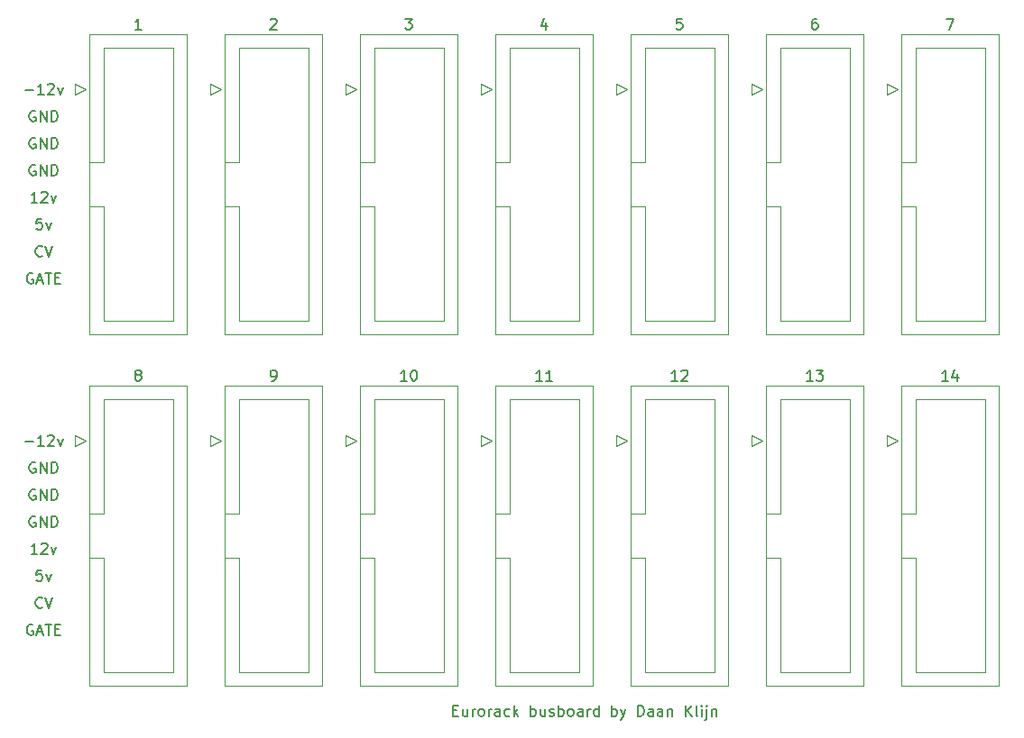
<source format=gbr>
G04 #@! TF.GenerationSoftware,KiCad,Pcbnew,(5.1.6-0-10_14)*
G04 #@! TF.CreationDate,2021-07-16T23:08:20+02:00*
G04 #@! TF.ProjectId,eurorack-busboard,6575726f-7261-4636-9b2d-627573626f61,rev?*
G04 #@! TF.SameCoordinates,Original*
G04 #@! TF.FileFunction,Legend,Top*
G04 #@! TF.FilePolarity,Positive*
%FSLAX46Y46*%
G04 Gerber Fmt 4.6, Leading zero omitted, Abs format (unit mm)*
G04 Created by KiCad (PCBNEW (5.1.6-0-10_14)) date 2021-07-16 23:08:20*
%MOMM*%
%LPD*%
G01*
G04 APERTURE LIST*
%ADD10C,0.150000*%
%ADD11C,0.120000*%
%ADD12C,2.300000*%
%ADD13C,1.800000*%
G04 APERTURE END LIST*
D10*
X40982857Y-67238571D02*
X41316190Y-67238571D01*
X41459047Y-67762380D02*
X40982857Y-67762380D01*
X40982857Y-66762380D01*
X41459047Y-66762380D01*
X42316190Y-67095714D02*
X42316190Y-67762380D01*
X41887619Y-67095714D02*
X41887619Y-67619523D01*
X41935238Y-67714761D01*
X42030476Y-67762380D01*
X42173333Y-67762380D01*
X42268571Y-67714761D01*
X42316190Y-67667142D01*
X42792380Y-67762380D02*
X42792380Y-67095714D01*
X42792380Y-67286190D02*
X42840000Y-67190952D01*
X42887619Y-67143333D01*
X42982857Y-67095714D01*
X43078095Y-67095714D01*
X43554285Y-67762380D02*
X43459047Y-67714761D01*
X43411428Y-67667142D01*
X43363809Y-67571904D01*
X43363809Y-67286190D01*
X43411428Y-67190952D01*
X43459047Y-67143333D01*
X43554285Y-67095714D01*
X43697142Y-67095714D01*
X43792380Y-67143333D01*
X43840000Y-67190952D01*
X43887619Y-67286190D01*
X43887619Y-67571904D01*
X43840000Y-67667142D01*
X43792380Y-67714761D01*
X43697142Y-67762380D01*
X43554285Y-67762380D01*
X44316190Y-67762380D02*
X44316190Y-67095714D01*
X44316190Y-67286190D02*
X44363809Y-67190952D01*
X44411428Y-67143333D01*
X44506666Y-67095714D01*
X44601904Y-67095714D01*
X45363809Y-67762380D02*
X45363809Y-67238571D01*
X45316190Y-67143333D01*
X45220952Y-67095714D01*
X45030476Y-67095714D01*
X44935238Y-67143333D01*
X45363809Y-67714761D02*
X45268571Y-67762380D01*
X45030476Y-67762380D01*
X44935238Y-67714761D01*
X44887619Y-67619523D01*
X44887619Y-67524285D01*
X44935238Y-67429047D01*
X45030476Y-67381428D01*
X45268571Y-67381428D01*
X45363809Y-67333809D01*
X46268571Y-67714761D02*
X46173333Y-67762380D01*
X45982857Y-67762380D01*
X45887619Y-67714761D01*
X45840000Y-67667142D01*
X45792380Y-67571904D01*
X45792380Y-67286190D01*
X45840000Y-67190952D01*
X45887619Y-67143333D01*
X45982857Y-67095714D01*
X46173333Y-67095714D01*
X46268571Y-67143333D01*
X46697142Y-67762380D02*
X46697142Y-66762380D01*
X46792380Y-67381428D02*
X47078095Y-67762380D01*
X47078095Y-67095714D02*
X46697142Y-67476666D01*
X48268571Y-67762380D02*
X48268571Y-66762380D01*
X48268571Y-67143333D02*
X48363809Y-67095714D01*
X48554285Y-67095714D01*
X48649523Y-67143333D01*
X48697142Y-67190952D01*
X48744761Y-67286190D01*
X48744761Y-67571904D01*
X48697142Y-67667142D01*
X48649523Y-67714761D01*
X48554285Y-67762380D01*
X48363809Y-67762380D01*
X48268571Y-67714761D01*
X49601904Y-67095714D02*
X49601904Y-67762380D01*
X49173333Y-67095714D02*
X49173333Y-67619523D01*
X49220952Y-67714761D01*
X49316190Y-67762380D01*
X49459047Y-67762380D01*
X49554285Y-67714761D01*
X49601904Y-67667142D01*
X50030476Y-67714761D02*
X50125714Y-67762380D01*
X50316190Y-67762380D01*
X50411428Y-67714761D01*
X50459047Y-67619523D01*
X50459047Y-67571904D01*
X50411428Y-67476666D01*
X50316190Y-67429047D01*
X50173333Y-67429047D01*
X50078095Y-67381428D01*
X50030476Y-67286190D01*
X50030476Y-67238571D01*
X50078095Y-67143333D01*
X50173333Y-67095714D01*
X50316190Y-67095714D01*
X50411428Y-67143333D01*
X50887619Y-67762380D02*
X50887619Y-66762380D01*
X50887619Y-67143333D02*
X50982857Y-67095714D01*
X51173333Y-67095714D01*
X51268571Y-67143333D01*
X51316190Y-67190952D01*
X51363809Y-67286190D01*
X51363809Y-67571904D01*
X51316190Y-67667142D01*
X51268571Y-67714761D01*
X51173333Y-67762380D01*
X50982857Y-67762380D01*
X50887619Y-67714761D01*
X51935238Y-67762380D02*
X51840000Y-67714761D01*
X51792380Y-67667142D01*
X51744761Y-67571904D01*
X51744761Y-67286190D01*
X51792380Y-67190952D01*
X51840000Y-67143333D01*
X51935238Y-67095714D01*
X52078095Y-67095714D01*
X52173333Y-67143333D01*
X52220952Y-67190952D01*
X52268571Y-67286190D01*
X52268571Y-67571904D01*
X52220952Y-67667142D01*
X52173333Y-67714761D01*
X52078095Y-67762380D01*
X51935238Y-67762380D01*
X53125714Y-67762380D02*
X53125714Y-67238571D01*
X53078095Y-67143333D01*
X52982857Y-67095714D01*
X52792380Y-67095714D01*
X52697142Y-67143333D01*
X53125714Y-67714761D02*
X53030476Y-67762380D01*
X52792380Y-67762380D01*
X52697142Y-67714761D01*
X52649523Y-67619523D01*
X52649523Y-67524285D01*
X52697142Y-67429047D01*
X52792380Y-67381428D01*
X53030476Y-67381428D01*
X53125714Y-67333809D01*
X53601904Y-67762380D02*
X53601904Y-67095714D01*
X53601904Y-67286190D02*
X53649523Y-67190952D01*
X53697142Y-67143333D01*
X53792380Y-67095714D01*
X53887619Y-67095714D01*
X54649523Y-67762380D02*
X54649523Y-66762380D01*
X54649523Y-67714761D02*
X54554285Y-67762380D01*
X54363809Y-67762380D01*
X54268571Y-67714761D01*
X54220952Y-67667142D01*
X54173333Y-67571904D01*
X54173333Y-67286190D01*
X54220952Y-67190952D01*
X54268571Y-67143333D01*
X54363809Y-67095714D01*
X54554285Y-67095714D01*
X54649523Y-67143333D01*
X55887619Y-67762380D02*
X55887619Y-66762380D01*
X55887619Y-67143333D02*
X55982857Y-67095714D01*
X56173333Y-67095714D01*
X56268571Y-67143333D01*
X56316190Y-67190952D01*
X56363809Y-67286190D01*
X56363809Y-67571904D01*
X56316190Y-67667142D01*
X56268571Y-67714761D01*
X56173333Y-67762380D01*
X55982857Y-67762380D01*
X55887619Y-67714761D01*
X56697142Y-67095714D02*
X56935238Y-67762380D01*
X57173333Y-67095714D02*
X56935238Y-67762380D01*
X56840000Y-68000476D01*
X56792380Y-68048095D01*
X56697142Y-68095714D01*
X58316190Y-67762380D02*
X58316190Y-66762380D01*
X58554285Y-66762380D01*
X58697142Y-66810000D01*
X58792380Y-66905238D01*
X58840000Y-67000476D01*
X58887619Y-67190952D01*
X58887619Y-67333809D01*
X58840000Y-67524285D01*
X58792380Y-67619523D01*
X58697142Y-67714761D01*
X58554285Y-67762380D01*
X58316190Y-67762380D01*
X59744761Y-67762380D02*
X59744761Y-67238571D01*
X59697142Y-67143333D01*
X59601904Y-67095714D01*
X59411428Y-67095714D01*
X59316190Y-67143333D01*
X59744761Y-67714761D02*
X59649523Y-67762380D01*
X59411428Y-67762380D01*
X59316190Y-67714761D01*
X59268571Y-67619523D01*
X59268571Y-67524285D01*
X59316190Y-67429047D01*
X59411428Y-67381428D01*
X59649523Y-67381428D01*
X59744761Y-67333809D01*
X60649523Y-67762380D02*
X60649523Y-67238571D01*
X60601904Y-67143333D01*
X60506666Y-67095714D01*
X60316190Y-67095714D01*
X60220952Y-67143333D01*
X60649523Y-67714761D02*
X60554285Y-67762380D01*
X60316190Y-67762380D01*
X60220952Y-67714761D01*
X60173333Y-67619523D01*
X60173333Y-67524285D01*
X60220952Y-67429047D01*
X60316190Y-67381428D01*
X60554285Y-67381428D01*
X60649523Y-67333809D01*
X61125714Y-67095714D02*
X61125714Y-67762380D01*
X61125714Y-67190952D02*
X61173333Y-67143333D01*
X61268571Y-67095714D01*
X61411428Y-67095714D01*
X61506666Y-67143333D01*
X61554285Y-67238571D01*
X61554285Y-67762380D01*
X62792380Y-67762380D02*
X62792380Y-66762380D01*
X63363809Y-67762380D02*
X62935238Y-67190952D01*
X63363809Y-66762380D02*
X62792380Y-67333809D01*
X63935238Y-67762380D02*
X63839999Y-67714761D01*
X63792380Y-67619523D01*
X63792380Y-66762380D01*
X64316190Y-67762380D02*
X64316190Y-67095714D01*
X64316190Y-66762380D02*
X64268571Y-66810000D01*
X64316190Y-66857619D01*
X64363809Y-66810000D01*
X64316190Y-66762380D01*
X64316190Y-66857619D01*
X64792380Y-67095714D02*
X64792380Y-67952857D01*
X64744761Y-68048095D01*
X64649523Y-68095714D01*
X64601904Y-68095714D01*
X64792380Y-66762380D02*
X64744761Y-66810000D01*
X64792380Y-66857619D01*
X64839999Y-66810000D01*
X64792380Y-66762380D01*
X64792380Y-66857619D01*
X65268571Y-67095714D02*
X65268571Y-67762380D01*
X65268571Y-67190952D02*
X65316190Y-67143333D01*
X65411428Y-67095714D01*
X65554285Y-67095714D01*
X65649523Y-67143333D01*
X65697142Y-67238571D01*
X65697142Y-67762380D01*
X1778095Y-16010000D02*
X1682857Y-15962380D01*
X1540000Y-15962380D01*
X1397142Y-16010000D01*
X1301904Y-16105238D01*
X1254285Y-16200476D01*
X1206666Y-16390952D01*
X1206666Y-16533809D01*
X1254285Y-16724285D01*
X1301904Y-16819523D01*
X1397142Y-16914761D01*
X1540000Y-16962380D01*
X1635238Y-16962380D01*
X1778095Y-16914761D01*
X1825714Y-16867142D01*
X1825714Y-16533809D01*
X1635238Y-16533809D01*
X2254285Y-16962380D02*
X2254285Y-15962380D01*
X2825714Y-16962380D01*
X2825714Y-15962380D01*
X3301904Y-16962380D02*
X3301904Y-15962380D01*
X3540000Y-15962380D01*
X3682857Y-16010000D01*
X3778095Y-16105238D01*
X3825714Y-16200476D01*
X3873333Y-16390952D01*
X3873333Y-16533809D01*
X3825714Y-16724285D01*
X3778095Y-16819523D01*
X3682857Y-16914761D01*
X3540000Y-16962380D01*
X3301904Y-16962380D01*
X1968571Y-19502380D02*
X1397142Y-19502380D01*
X1682857Y-19502380D02*
X1682857Y-18502380D01*
X1587619Y-18645238D01*
X1492380Y-18740476D01*
X1397142Y-18788095D01*
X2349523Y-18597619D02*
X2397142Y-18550000D01*
X2492380Y-18502380D01*
X2730476Y-18502380D01*
X2825714Y-18550000D01*
X2873333Y-18597619D01*
X2920952Y-18692857D01*
X2920952Y-18788095D01*
X2873333Y-18930952D01*
X2301904Y-19502380D01*
X2920952Y-19502380D01*
X3254285Y-18835714D02*
X3492380Y-19502380D01*
X3730476Y-18835714D01*
X2397142Y-21042380D02*
X1920952Y-21042380D01*
X1873333Y-21518571D01*
X1920952Y-21470952D01*
X2016190Y-21423333D01*
X2254285Y-21423333D01*
X2349523Y-21470952D01*
X2397142Y-21518571D01*
X2444761Y-21613809D01*
X2444761Y-21851904D01*
X2397142Y-21947142D01*
X2349523Y-21994761D01*
X2254285Y-22042380D01*
X2016190Y-22042380D01*
X1920952Y-21994761D01*
X1873333Y-21947142D01*
X2778095Y-21375714D02*
X3016190Y-22042380D01*
X3254285Y-21375714D01*
X1778095Y-10930000D02*
X1682857Y-10882380D01*
X1540000Y-10882380D01*
X1397142Y-10930000D01*
X1301904Y-11025238D01*
X1254285Y-11120476D01*
X1206666Y-11310952D01*
X1206666Y-11453809D01*
X1254285Y-11644285D01*
X1301904Y-11739523D01*
X1397142Y-11834761D01*
X1540000Y-11882380D01*
X1635238Y-11882380D01*
X1778095Y-11834761D01*
X1825714Y-11787142D01*
X1825714Y-11453809D01*
X1635238Y-11453809D01*
X2254285Y-11882380D02*
X2254285Y-10882380D01*
X2825714Y-11882380D01*
X2825714Y-10882380D01*
X3301904Y-11882380D02*
X3301904Y-10882380D01*
X3540000Y-10882380D01*
X3682857Y-10930000D01*
X3778095Y-11025238D01*
X3825714Y-11120476D01*
X3873333Y-11310952D01*
X3873333Y-11453809D01*
X3825714Y-11644285D01*
X3778095Y-11739523D01*
X3682857Y-11834761D01*
X3540000Y-11882380D01*
X3301904Y-11882380D01*
X825714Y-8961428D02*
X1587619Y-8961428D01*
X2587619Y-9342380D02*
X2016190Y-9342380D01*
X2301904Y-9342380D02*
X2301904Y-8342380D01*
X2206666Y-8485238D01*
X2111428Y-8580476D01*
X2016190Y-8628095D01*
X2968571Y-8437619D02*
X3016190Y-8390000D01*
X3111428Y-8342380D01*
X3349523Y-8342380D01*
X3444761Y-8390000D01*
X3492380Y-8437619D01*
X3540000Y-8532857D01*
X3540000Y-8628095D01*
X3492380Y-8770952D01*
X2920952Y-9342380D01*
X3540000Y-9342380D01*
X3873333Y-8675714D02*
X4111428Y-9342380D01*
X4349523Y-8675714D01*
X1778095Y-13470000D02*
X1682857Y-13422380D01*
X1540000Y-13422380D01*
X1397142Y-13470000D01*
X1301904Y-13565238D01*
X1254285Y-13660476D01*
X1206666Y-13850952D01*
X1206666Y-13993809D01*
X1254285Y-14184285D01*
X1301904Y-14279523D01*
X1397142Y-14374761D01*
X1540000Y-14422380D01*
X1635238Y-14422380D01*
X1778095Y-14374761D01*
X1825714Y-14327142D01*
X1825714Y-13993809D01*
X1635238Y-13993809D01*
X2254285Y-14422380D02*
X2254285Y-13422380D01*
X2825714Y-14422380D01*
X2825714Y-13422380D01*
X3301904Y-14422380D02*
X3301904Y-13422380D01*
X3540000Y-13422380D01*
X3682857Y-13470000D01*
X3778095Y-13565238D01*
X3825714Y-13660476D01*
X3873333Y-13850952D01*
X3873333Y-13993809D01*
X3825714Y-14184285D01*
X3778095Y-14279523D01*
X3682857Y-14374761D01*
X3540000Y-14422380D01*
X3301904Y-14422380D01*
X2420952Y-24487142D02*
X2373333Y-24534761D01*
X2230476Y-24582380D01*
X2135238Y-24582380D01*
X1992380Y-24534761D01*
X1897142Y-24439523D01*
X1849523Y-24344285D01*
X1801904Y-24153809D01*
X1801904Y-24010952D01*
X1849523Y-23820476D01*
X1897142Y-23725238D01*
X1992380Y-23630000D01*
X2135238Y-23582380D01*
X2230476Y-23582380D01*
X2373333Y-23630000D01*
X2420952Y-23677619D01*
X2706666Y-23582380D02*
X3040000Y-24582380D01*
X3373333Y-23582380D01*
X1540000Y-26170000D02*
X1444761Y-26122380D01*
X1301904Y-26122380D01*
X1159047Y-26170000D01*
X1063809Y-26265238D01*
X1016190Y-26360476D01*
X968571Y-26550952D01*
X968571Y-26693809D01*
X1016190Y-26884285D01*
X1063809Y-26979523D01*
X1159047Y-27074761D01*
X1301904Y-27122380D01*
X1397142Y-27122380D01*
X1540000Y-27074761D01*
X1587619Y-27027142D01*
X1587619Y-26693809D01*
X1397142Y-26693809D01*
X1968571Y-26836666D02*
X2444761Y-26836666D01*
X1873333Y-27122380D02*
X2206666Y-26122380D01*
X2540000Y-27122380D01*
X2730476Y-26122380D02*
X3301904Y-26122380D01*
X3016190Y-27122380D02*
X3016190Y-26122380D01*
X3635238Y-26598571D02*
X3968571Y-26598571D01*
X4111428Y-27122380D02*
X3635238Y-27122380D01*
X3635238Y-26122380D01*
X4111428Y-26122380D01*
X1540000Y-59190000D02*
X1444761Y-59142380D01*
X1301904Y-59142380D01*
X1159047Y-59190000D01*
X1063809Y-59285238D01*
X1016190Y-59380476D01*
X968571Y-59570952D01*
X968571Y-59713809D01*
X1016190Y-59904285D01*
X1063809Y-59999523D01*
X1159047Y-60094761D01*
X1301904Y-60142380D01*
X1397142Y-60142380D01*
X1540000Y-60094761D01*
X1587619Y-60047142D01*
X1587619Y-59713809D01*
X1397142Y-59713809D01*
X1968571Y-59856666D02*
X2444761Y-59856666D01*
X1873333Y-60142380D02*
X2206666Y-59142380D01*
X2540000Y-60142380D01*
X2730476Y-59142380D02*
X3301904Y-59142380D01*
X3016190Y-60142380D02*
X3016190Y-59142380D01*
X3635238Y-59618571D02*
X3968571Y-59618571D01*
X4111428Y-60142380D02*
X3635238Y-60142380D01*
X3635238Y-59142380D01*
X4111428Y-59142380D01*
X2420952Y-57507142D02*
X2373333Y-57554761D01*
X2230476Y-57602380D01*
X2135238Y-57602380D01*
X1992380Y-57554761D01*
X1897142Y-57459523D01*
X1849523Y-57364285D01*
X1801904Y-57173809D01*
X1801904Y-57030952D01*
X1849523Y-56840476D01*
X1897142Y-56745238D01*
X1992380Y-56650000D01*
X2135238Y-56602380D01*
X2230476Y-56602380D01*
X2373333Y-56650000D01*
X2420952Y-56697619D01*
X2706666Y-56602380D02*
X3040000Y-57602380D01*
X3373333Y-56602380D01*
X2397142Y-54062380D02*
X1920952Y-54062380D01*
X1873333Y-54538571D01*
X1920952Y-54490952D01*
X2016190Y-54443333D01*
X2254285Y-54443333D01*
X2349523Y-54490952D01*
X2397142Y-54538571D01*
X2444761Y-54633809D01*
X2444761Y-54871904D01*
X2397142Y-54967142D01*
X2349523Y-55014761D01*
X2254285Y-55062380D01*
X2016190Y-55062380D01*
X1920952Y-55014761D01*
X1873333Y-54967142D01*
X2778095Y-54395714D02*
X3016190Y-55062380D01*
X3254285Y-54395714D01*
X1968571Y-52522380D02*
X1397142Y-52522380D01*
X1682857Y-52522380D02*
X1682857Y-51522380D01*
X1587619Y-51665238D01*
X1492380Y-51760476D01*
X1397142Y-51808095D01*
X2349523Y-51617619D02*
X2397142Y-51570000D01*
X2492380Y-51522380D01*
X2730476Y-51522380D01*
X2825714Y-51570000D01*
X2873333Y-51617619D01*
X2920952Y-51712857D01*
X2920952Y-51808095D01*
X2873333Y-51950952D01*
X2301904Y-52522380D01*
X2920952Y-52522380D01*
X3254285Y-51855714D02*
X3492380Y-52522380D01*
X3730476Y-51855714D01*
X1778095Y-49030000D02*
X1682857Y-48982380D01*
X1540000Y-48982380D01*
X1397142Y-49030000D01*
X1301904Y-49125238D01*
X1254285Y-49220476D01*
X1206666Y-49410952D01*
X1206666Y-49553809D01*
X1254285Y-49744285D01*
X1301904Y-49839523D01*
X1397142Y-49934761D01*
X1540000Y-49982380D01*
X1635238Y-49982380D01*
X1778095Y-49934761D01*
X1825714Y-49887142D01*
X1825714Y-49553809D01*
X1635238Y-49553809D01*
X2254285Y-49982380D02*
X2254285Y-48982380D01*
X2825714Y-49982380D01*
X2825714Y-48982380D01*
X3301904Y-49982380D02*
X3301904Y-48982380D01*
X3540000Y-48982380D01*
X3682857Y-49030000D01*
X3778095Y-49125238D01*
X3825714Y-49220476D01*
X3873333Y-49410952D01*
X3873333Y-49553809D01*
X3825714Y-49744285D01*
X3778095Y-49839523D01*
X3682857Y-49934761D01*
X3540000Y-49982380D01*
X3301904Y-49982380D01*
X1778095Y-46490000D02*
X1682857Y-46442380D01*
X1540000Y-46442380D01*
X1397142Y-46490000D01*
X1301904Y-46585238D01*
X1254285Y-46680476D01*
X1206666Y-46870952D01*
X1206666Y-47013809D01*
X1254285Y-47204285D01*
X1301904Y-47299523D01*
X1397142Y-47394761D01*
X1540000Y-47442380D01*
X1635238Y-47442380D01*
X1778095Y-47394761D01*
X1825714Y-47347142D01*
X1825714Y-47013809D01*
X1635238Y-47013809D01*
X2254285Y-47442380D02*
X2254285Y-46442380D01*
X2825714Y-47442380D01*
X2825714Y-46442380D01*
X3301904Y-47442380D02*
X3301904Y-46442380D01*
X3540000Y-46442380D01*
X3682857Y-46490000D01*
X3778095Y-46585238D01*
X3825714Y-46680476D01*
X3873333Y-46870952D01*
X3873333Y-47013809D01*
X3825714Y-47204285D01*
X3778095Y-47299523D01*
X3682857Y-47394761D01*
X3540000Y-47442380D01*
X3301904Y-47442380D01*
X1778095Y-43950000D02*
X1682857Y-43902380D01*
X1540000Y-43902380D01*
X1397142Y-43950000D01*
X1301904Y-44045238D01*
X1254285Y-44140476D01*
X1206666Y-44330952D01*
X1206666Y-44473809D01*
X1254285Y-44664285D01*
X1301904Y-44759523D01*
X1397142Y-44854761D01*
X1540000Y-44902380D01*
X1635238Y-44902380D01*
X1778095Y-44854761D01*
X1825714Y-44807142D01*
X1825714Y-44473809D01*
X1635238Y-44473809D01*
X2254285Y-44902380D02*
X2254285Y-43902380D01*
X2825714Y-44902380D01*
X2825714Y-43902380D01*
X3301904Y-44902380D02*
X3301904Y-43902380D01*
X3540000Y-43902380D01*
X3682857Y-43950000D01*
X3778095Y-44045238D01*
X3825714Y-44140476D01*
X3873333Y-44330952D01*
X3873333Y-44473809D01*
X3825714Y-44664285D01*
X3778095Y-44759523D01*
X3682857Y-44854761D01*
X3540000Y-44902380D01*
X3301904Y-44902380D01*
X825714Y-41981428D02*
X1587619Y-41981428D01*
X2587619Y-42362380D02*
X2016190Y-42362380D01*
X2301904Y-42362380D02*
X2301904Y-41362380D01*
X2206666Y-41505238D01*
X2111428Y-41600476D01*
X2016190Y-41648095D01*
X2968571Y-41457619D02*
X3016190Y-41410000D01*
X3111428Y-41362380D01*
X3349523Y-41362380D01*
X3444761Y-41410000D01*
X3492380Y-41457619D01*
X3540000Y-41552857D01*
X3540000Y-41648095D01*
X3492380Y-41790952D01*
X2920952Y-42362380D01*
X3540000Y-42362380D01*
X3873333Y-41695714D02*
X4111428Y-42362380D01*
X4349523Y-41695714D01*
D11*
X83070000Y-3680000D02*
X92190000Y-3680000D01*
X92190000Y-3680000D02*
X92190000Y-31880000D01*
X92190000Y-31880000D02*
X83070000Y-31880000D01*
X83070000Y-31880000D02*
X83070000Y-3680000D01*
X83070000Y-15730000D02*
X84380000Y-15730000D01*
X84380000Y-15730000D02*
X84380000Y-4980000D01*
X84380000Y-4980000D02*
X90880000Y-4980000D01*
X90880000Y-4980000D02*
X90880000Y-30580000D01*
X90880000Y-30580000D02*
X84380000Y-30580000D01*
X84380000Y-30580000D02*
X84380000Y-19830000D01*
X84380000Y-19830000D02*
X84380000Y-19830000D01*
X84380000Y-19830000D02*
X83070000Y-19830000D01*
X82680000Y-8890000D02*
X81680000Y-8390000D01*
X81680000Y-8390000D02*
X81680000Y-9390000D01*
X81680000Y-9390000D02*
X82680000Y-8890000D01*
X81680000Y-42410000D02*
X82680000Y-41910000D01*
X81680000Y-41410000D02*
X81680000Y-42410000D01*
X82680000Y-41910000D02*
X81680000Y-41410000D01*
X84380000Y-52850000D02*
X83070000Y-52850000D01*
X84380000Y-52850000D02*
X84380000Y-52850000D01*
X84380000Y-63600000D02*
X84380000Y-52850000D01*
X90880000Y-63600000D02*
X84380000Y-63600000D01*
X90880000Y-38000000D02*
X90880000Y-63600000D01*
X84380000Y-38000000D02*
X90880000Y-38000000D01*
X84380000Y-48750000D02*
X84380000Y-38000000D01*
X83070000Y-48750000D02*
X84380000Y-48750000D01*
X83070000Y-64900000D02*
X83070000Y-36700000D01*
X92190000Y-64900000D02*
X83070000Y-64900000D01*
X92190000Y-36700000D02*
X92190000Y-64900000D01*
X83070000Y-36700000D02*
X92190000Y-36700000D01*
X43580000Y-42410000D02*
X44580000Y-41910000D01*
X43580000Y-41410000D02*
X43580000Y-42410000D01*
X44580000Y-41910000D02*
X43580000Y-41410000D01*
X46280000Y-52850000D02*
X44970000Y-52850000D01*
X46280000Y-52850000D02*
X46280000Y-52850000D01*
X46280000Y-63600000D02*
X46280000Y-52850000D01*
X52780000Y-63600000D02*
X46280000Y-63600000D01*
X52780000Y-38000000D02*
X52780000Y-63600000D01*
X46280000Y-38000000D02*
X52780000Y-38000000D01*
X46280000Y-48750000D02*
X46280000Y-38000000D01*
X44970000Y-48750000D02*
X46280000Y-48750000D01*
X44970000Y-64900000D02*
X44970000Y-36700000D01*
X54090000Y-64900000D02*
X44970000Y-64900000D01*
X54090000Y-36700000D02*
X54090000Y-64900000D01*
X44970000Y-36700000D02*
X54090000Y-36700000D01*
X30880000Y-9390000D02*
X31880000Y-8890000D01*
X30880000Y-8390000D02*
X30880000Y-9390000D01*
X31880000Y-8890000D02*
X30880000Y-8390000D01*
X33580000Y-19830000D02*
X32270000Y-19830000D01*
X33580000Y-19830000D02*
X33580000Y-19830000D01*
X33580000Y-30580000D02*
X33580000Y-19830000D01*
X40080000Y-30580000D02*
X33580000Y-30580000D01*
X40080000Y-4980000D02*
X40080000Y-30580000D01*
X33580000Y-4980000D02*
X40080000Y-4980000D01*
X33580000Y-15730000D02*
X33580000Y-4980000D01*
X32270000Y-15730000D02*
X33580000Y-15730000D01*
X32270000Y-31880000D02*
X32270000Y-3680000D01*
X41390000Y-31880000D02*
X32270000Y-31880000D01*
X41390000Y-3680000D02*
X41390000Y-31880000D01*
X32270000Y-3680000D02*
X41390000Y-3680000D01*
X32270000Y-36700000D02*
X41390000Y-36700000D01*
X41390000Y-36700000D02*
X41390000Y-64900000D01*
X41390000Y-64900000D02*
X32270000Y-64900000D01*
X32270000Y-64900000D02*
X32270000Y-36700000D01*
X32270000Y-48750000D02*
X33580000Y-48750000D01*
X33580000Y-48750000D02*
X33580000Y-38000000D01*
X33580000Y-38000000D02*
X40080000Y-38000000D01*
X40080000Y-38000000D02*
X40080000Y-63600000D01*
X40080000Y-63600000D02*
X33580000Y-63600000D01*
X33580000Y-63600000D02*
X33580000Y-52850000D01*
X33580000Y-52850000D02*
X33580000Y-52850000D01*
X33580000Y-52850000D02*
X32270000Y-52850000D01*
X31880000Y-41910000D02*
X30880000Y-41410000D01*
X30880000Y-41410000D02*
X30880000Y-42410000D01*
X30880000Y-42410000D02*
X31880000Y-41910000D01*
X44970000Y-3680000D02*
X54090000Y-3680000D01*
X54090000Y-3680000D02*
X54090000Y-31880000D01*
X54090000Y-31880000D02*
X44970000Y-31880000D01*
X44970000Y-31880000D02*
X44970000Y-3680000D01*
X44970000Y-15730000D02*
X46280000Y-15730000D01*
X46280000Y-15730000D02*
X46280000Y-4980000D01*
X46280000Y-4980000D02*
X52780000Y-4980000D01*
X52780000Y-4980000D02*
X52780000Y-30580000D01*
X52780000Y-30580000D02*
X46280000Y-30580000D01*
X46280000Y-30580000D02*
X46280000Y-19830000D01*
X46280000Y-19830000D02*
X46280000Y-19830000D01*
X46280000Y-19830000D02*
X44970000Y-19830000D01*
X44580000Y-8890000D02*
X43580000Y-8390000D01*
X43580000Y-8390000D02*
X43580000Y-9390000D01*
X43580000Y-9390000D02*
X44580000Y-8890000D01*
X68980000Y-9390000D02*
X69980000Y-8890000D01*
X68980000Y-8390000D02*
X68980000Y-9390000D01*
X69980000Y-8890000D02*
X68980000Y-8390000D01*
X71680000Y-19830000D02*
X70370000Y-19830000D01*
X71680000Y-19830000D02*
X71680000Y-19830000D01*
X71680000Y-30580000D02*
X71680000Y-19830000D01*
X78180000Y-30580000D02*
X71680000Y-30580000D01*
X78180000Y-4980000D02*
X78180000Y-30580000D01*
X71680000Y-4980000D02*
X78180000Y-4980000D01*
X71680000Y-15730000D02*
X71680000Y-4980000D01*
X70370000Y-15730000D02*
X71680000Y-15730000D01*
X70370000Y-31880000D02*
X70370000Y-3680000D01*
X79490000Y-31880000D02*
X70370000Y-31880000D01*
X79490000Y-3680000D02*
X79490000Y-31880000D01*
X70370000Y-3680000D02*
X79490000Y-3680000D01*
X56280000Y-42410000D02*
X57280000Y-41910000D01*
X56280000Y-41410000D02*
X56280000Y-42410000D01*
X57280000Y-41910000D02*
X56280000Y-41410000D01*
X58980000Y-52850000D02*
X57670000Y-52850000D01*
X58980000Y-52850000D02*
X58980000Y-52850000D01*
X58980000Y-63600000D02*
X58980000Y-52850000D01*
X65480000Y-63600000D02*
X58980000Y-63600000D01*
X65480000Y-38000000D02*
X65480000Y-63600000D01*
X58980000Y-38000000D02*
X65480000Y-38000000D01*
X58980000Y-48750000D02*
X58980000Y-38000000D01*
X57670000Y-48750000D02*
X58980000Y-48750000D01*
X57670000Y-64900000D02*
X57670000Y-36700000D01*
X66790000Y-64900000D02*
X57670000Y-64900000D01*
X66790000Y-36700000D02*
X66790000Y-64900000D01*
X57670000Y-36700000D02*
X66790000Y-36700000D01*
X70370000Y-36700000D02*
X79490000Y-36700000D01*
X79490000Y-36700000D02*
X79490000Y-64900000D01*
X79490000Y-64900000D02*
X70370000Y-64900000D01*
X70370000Y-64900000D02*
X70370000Y-36700000D01*
X70370000Y-48750000D02*
X71680000Y-48750000D01*
X71680000Y-48750000D02*
X71680000Y-38000000D01*
X71680000Y-38000000D02*
X78180000Y-38000000D01*
X78180000Y-38000000D02*
X78180000Y-63600000D01*
X78180000Y-63600000D02*
X71680000Y-63600000D01*
X71680000Y-63600000D02*
X71680000Y-52850000D01*
X71680000Y-52850000D02*
X71680000Y-52850000D01*
X71680000Y-52850000D02*
X70370000Y-52850000D01*
X69980000Y-41910000D02*
X68980000Y-41410000D01*
X68980000Y-41410000D02*
X68980000Y-42410000D01*
X68980000Y-42410000D02*
X69980000Y-41910000D01*
X57670000Y-3680000D02*
X66790000Y-3680000D01*
X66790000Y-3680000D02*
X66790000Y-31880000D01*
X66790000Y-31880000D02*
X57670000Y-31880000D01*
X57670000Y-31880000D02*
X57670000Y-3680000D01*
X57670000Y-15730000D02*
X58980000Y-15730000D01*
X58980000Y-15730000D02*
X58980000Y-4980000D01*
X58980000Y-4980000D02*
X65480000Y-4980000D01*
X65480000Y-4980000D02*
X65480000Y-30580000D01*
X65480000Y-30580000D02*
X58980000Y-30580000D01*
X58980000Y-30580000D02*
X58980000Y-19830000D01*
X58980000Y-19830000D02*
X58980000Y-19830000D01*
X58980000Y-19830000D02*
X57670000Y-19830000D01*
X57280000Y-8890000D02*
X56280000Y-8390000D01*
X56280000Y-8390000D02*
X56280000Y-9390000D01*
X56280000Y-9390000D02*
X57280000Y-8890000D01*
X19570000Y-3680000D02*
X28690000Y-3680000D01*
X28690000Y-3680000D02*
X28690000Y-31880000D01*
X28690000Y-31880000D02*
X19570000Y-31880000D01*
X19570000Y-31880000D02*
X19570000Y-3680000D01*
X19570000Y-15730000D02*
X20880000Y-15730000D01*
X20880000Y-15730000D02*
X20880000Y-4980000D01*
X20880000Y-4980000D02*
X27380000Y-4980000D01*
X27380000Y-4980000D02*
X27380000Y-30580000D01*
X27380000Y-30580000D02*
X20880000Y-30580000D01*
X20880000Y-30580000D02*
X20880000Y-19830000D01*
X20880000Y-19830000D02*
X20880000Y-19830000D01*
X20880000Y-19830000D02*
X19570000Y-19830000D01*
X19180000Y-8890000D02*
X18180000Y-8390000D01*
X18180000Y-8390000D02*
X18180000Y-9390000D01*
X18180000Y-9390000D02*
X19180000Y-8890000D01*
X18180000Y-42410000D02*
X19180000Y-41910000D01*
X18180000Y-41410000D02*
X18180000Y-42410000D01*
X19180000Y-41910000D02*
X18180000Y-41410000D01*
X20880000Y-52850000D02*
X19570000Y-52850000D01*
X20880000Y-52850000D02*
X20880000Y-52850000D01*
X20880000Y-63600000D02*
X20880000Y-52850000D01*
X27380000Y-63600000D02*
X20880000Y-63600000D01*
X27380000Y-38000000D02*
X27380000Y-63600000D01*
X20880000Y-38000000D02*
X27380000Y-38000000D01*
X20880000Y-48750000D02*
X20880000Y-38000000D01*
X19570000Y-48750000D02*
X20880000Y-48750000D01*
X19570000Y-64900000D02*
X19570000Y-36700000D01*
X28690000Y-64900000D02*
X19570000Y-64900000D01*
X28690000Y-36700000D02*
X28690000Y-64900000D01*
X19570000Y-36700000D02*
X28690000Y-36700000D01*
X6870000Y-36700000D02*
X15990000Y-36700000D01*
X15990000Y-36700000D02*
X15990000Y-64900000D01*
X15990000Y-64900000D02*
X6870000Y-64900000D01*
X6870000Y-64900000D02*
X6870000Y-36700000D01*
X6870000Y-48750000D02*
X8180000Y-48750000D01*
X8180000Y-48750000D02*
X8180000Y-38000000D01*
X8180000Y-38000000D02*
X14680000Y-38000000D01*
X14680000Y-38000000D02*
X14680000Y-63600000D01*
X14680000Y-63600000D02*
X8180000Y-63600000D01*
X8180000Y-63600000D02*
X8180000Y-52850000D01*
X8180000Y-52850000D02*
X8180000Y-52850000D01*
X8180000Y-52850000D02*
X6870000Y-52850000D01*
X6480000Y-41910000D02*
X5480000Y-41410000D01*
X5480000Y-41410000D02*
X5480000Y-42410000D01*
X5480000Y-42410000D02*
X6480000Y-41910000D01*
X5480000Y-9390000D02*
X6480000Y-8890000D01*
X5480000Y-8390000D02*
X5480000Y-9390000D01*
X6480000Y-8890000D02*
X5480000Y-8390000D01*
X8180000Y-19830000D02*
X6870000Y-19830000D01*
X8180000Y-19830000D02*
X8180000Y-19830000D01*
X8180000Y-30580000D02*
X8180000Y-19830000D01*
X14680000Y-30580000D02*
X8180000Y-30580000D01*
X14680000Y-4980000D02*
X14680000Y-30580000D01*
X8180000Y-4980000D02*
X14680000Y-4980000D01*
X8180000Y-15730000D02*
X8180000Y-4980000D01*
X6870000Y-15730000D02*
X8180000Y-15730000D01*
X6870000Y-31880000D02*
X6870000Y-3680000D01*
X15990000Y-31880000D02*
X6870000Y-31880000D01*
X15990000Y-3680000D02*
X15990000Y-31880000D01*
X6870000Y-3680000D02*
X15990000Y-3680000D01*
D10*
X87296666Y-2242380D02*
X87963333Y-2242380D01*
X87534761Y-3242380D01*
X87439523Y-36262380D02*
X86868095Y-36262380D01*
X87153809Y-36262380D02*
X87153809Y-35262380D01*
X87058571Y-35405238D01*
X86963333Y-35500476D01*
X86868095Y-35548095D01*
X88296666Y-35595714D02*
X88296666Y-36262380D01*
X88058571Y-35214761D02*
X87820476Y-35929047D01*
X88439523Y-35929047D01*
X49339523Y-36262380D02*
X48768095Y-36262380D01*
X49053809Y-36262380D02*
X49053809Y-35262380D01*
X48958571Y-35405238D01*
X48863333Y-35500476D01*
X48768095Y-35548095D01*
X50291904Y-36262380D02*
X49720476Y-36262380D01*
X50006190Y-36262380D02*
X50006190Y-35262380D01*
X49910952Y-35405238D01*
X49815714Y-35500476D01*
X49720476Y-35548095D01*
X36496666Y-2242380D02*
X37115714Y-2242380D01*
X36782380Y-2623333D01*
X36925238Y-2623333D01*
X37020476Y-2670952D01*
X37068095Y-2718571D01*
X37115714Y-2813809D01*
X37115714Y-3051904D01*
X37068095Y-3147142D01*
X37020476Y-3194761D01*
X36925238Y-3242380D01*
X36639523Y-3242380D01*
X36544285Y-3194761D01*
X36496666Y-3147142D01*
X36639523Y-36262380D02*
X36068095Y-36262380D01*
X36353809Y-36262380D02*
X36353809Y-35262380D01*
X36258571Y-35405238D01*
X36163333Y-35500476D01*
X36068095Y-35548095D01*
X37258571Y-35262380D02*
X37353809Y-35262380D01*
X37449047Y-35310000D01*
X37496666Y-35357619D01*
X37544285Y-35452857D01*
X37591904Y-35643333D01*
X37591904Y-35881428D01*
X37544285Y-36071904D01*
X37496666Y-36167142D01*
X37449047Y-36214761D01*
X37353809Y-36262380D01*
X37258571Y-36262380D01*
X37163333Y-36214761D01*
X37115714Y-36167142D01*
X37068095Y-36071904D01*
X37020476Y-35881428D01*
X37020476Y-35643333D01*
X37068095Y-35452857D01*
X37115714Y-35357619D01*
X37163333Y-35310000D01*
X37258571Y-35262380D01*
X49720476Y-2575714D02*
X49720476Y-3242380D01*
X49482380Y-2194761D02*
X49244285Y-2909047D01*
X49863333Y-2909047D01*
X75120476Y-2242380D02*
X74930000Y-2242380D01*
X74834761Y-2290000D01*
X74787142Y-2337619D01*
X74691904Y-2480476D01*
X74644285Y-2670952D01*
X74644285Y-3051904D01*
X74691904Y-3147142D01*
X74739523Y-3194761D01*
X74834761Y-3242380D01*
X75025238Y-3242380D01*
X75120476Y-3194761D01*
X75168095Y-3147142D01*
X75215714Y-3051904D01*
X75215714Y-2813809D01*
X75168095Y-2718571D01*
X75120476Y-2670952D01*
X75025238Y-2623333D01*
X74834761Y-2623333D01*
X74739523Y-2670952D01*
X74691904Y-2718571D01*
X74644285Y-2813809D01*
X62039523Y-36262380D02*
X61468095Y-36262380D01*
X61753809Y-36262380D02*
X61753809Y-35262380D01*
X61658571Y-35405238D01*
X61563333Y-35500476D01*
X61468095Y-35548095D01*
X62420476Y-35357619D02*
X62468095Y-35310000D01*
X62563333Y-35262380D01*
X62801428Y-35262380D01*
X62896666Y-35310000D01*
X62944285Y-35357619D01*
X62991904Y-35452857D01*
X62991904Y-35548095D01*
X62944285Y-35690952D01*
X62372857Y-36262380D01*
X62991904Y-36262380D01*
X74739523Y-36262380D02*
X74168095Y-36262380D01*
X74453809Y-36262380D02*
X74453809Y-35262380D01*
X74358571Y-35405238D01*
X74263333Y-35500476D01*
X74168095Y-35548095D01*
X75072857Y-35262380D02*
X75691904Y-35262380D01*
X75358571Y-35643333D01*
X75501428Y-35643333D01*
X75596666Y-35690952D01*
X75644285Y-35738571D01*
X75691904Y-35833809D01*
X75691904Y-36071904D01*
X75644285Y-36167142D01*
X75596666Y-36214761D01*
X75501428Y-36262380D01*
X75215714Y-36262380D01*
X75120476Y-36214761D01*
X75072857Y-36167142D01*
X62468095Y-2242380D02*
X61991904Y-2242380D01*
X61944285Y-2718571D01*
X61991904Y-2670952D01*
X62087142Y-2623333D01*
X62325238Y-2623333D01*
X62420476Y-2670952D01*
X62468095Y-2718571D01*
X62515714Y-2813809D01*
X62515714Y-3051904D01*
X62468095Y-3147142D01*
X62420476Y-3194761D01*
X62325238Y-3242380D01*
X62087142Y-3242380D01*
X61991904Y-3194761D01*
X61944285Y-3147142D01*
X23844285Y-2337619D02*
X23891904Y-2290000D01*
X23987142Y-2242380D01*
X24225238Y-2242380D01*
X24320476Y-2290000D01*
X24368095Y-2337619D01*
X24415714Y-2432857D01*
X24415714Y-2528095D01*
X24368095Y-2670952D01*
X23796666Y-3242380D01*
X24415714Y-3242380D01*
X23939523Y-36262380D02*
X24130000Y-36262380D01*
X24225238Y-36214761D01*
X24272857Y-36167142D01*
X24368095Y-36024285D01*
X24415714Y-35833809D01*
X24415714Y-35452857D01*
X24368095Y-35357619D01*
X24320476Y-35310000D01*
X24225238Y-35262380D01*
X24034761Y-35262380D01*
X23939523Y-35310000D01*
X23891904Y-35357619D01*
X23844285Y-35452857D01*
X23844285Y-35690952D01*
X23891904Y-35786190D01*
X23939523Y-35833809D01*
X24034761Y-35881428D01*
X24225238Y-35881428D01*
X24320476Y-35833809D01*
X24368095Y-35786190D01*
X24415714Y-35690952D01*
X11334761Y-35690952D02*
X11239523Y-35643333D01*
X11191904Y-35595714D01*
X11144285Y-35500476D01*
X11144285Y-35452857D01*
X11191904Y-35357619D01*
X11239523Y-35310000D01*
X11334761Y-35262380D01*
X11525238Y-35262380D01*
X11620476Y-35310000D01*
X11668095Y-35357619D01*
X11715714Y-35452857D01*
X11715714Y-35500476D01*
X11668095Y-35595714D01*
X11620476Y-35643333D01*
X11525238Y-35690952D01*
X11334761Y-35690952D01*
X11239523Y-35738571D01*
X11191904Y-35786190D01*
X11144285Y-35881428D01*
X11144285Y-36071904D01*
X11191904Y-36167142D01*
X11239523Y-36214761D01*
X11334761Y-36262380D01*
X11525238Y-36262380D01*
X11620476Y-36214761D01*
X11668095Y-36167142D01*
X11715714Y-36071904D01*
X11715714Y-35881428D01*
X11668095Y-35786190D01*
X11620476Y-35738571D01*
X11525238Y-35690952D01*
X11715714Y-3242380D02*
X11144285Y-3242380D01*
X11430000Y-3242380D02*
X11430000Y-2242380D01*
X11334761Y-2385238D01*
X11239523Y-2480476D01*
X11144285Y-2528095D01*
%LPC*%
D12*
X95250000Y-2540000D03*
X2540000Y-2540000D03*
X2540000Y-67310000D03*
X95250000Y-67310000D03*
D13*
X88900000Y-26670000D03*
X88900000Y-24130000D03*
X88900000Y-21590000D03*
X88900000Y-19050000D03*
X88900000Y-16510000D03*
X88900000Y-13970000D03*
X88900000Y-11430000D03*
X88900000Y-8890000D03*
X86360000Y-26670000D03*
X86360000Y-24130000D03*
X86360000Y-21590000D03*
X86360000Y-19050000D03*
X86360000Y-16510000D03*
X86360000Y-13970000D03*
X86360000Y-11430000D03*
G36*
G01*
X85460000Y-9525294D02*
X85460000Y-8254706D01*
G75*
G02*
X85724706Y-7990000I264706J0D01*
G01*
X86995294Y-7990000D01*
G75*
G02*
X87260000Y-8254706I0J-264706D01*
G01*
X87260000Y-9525294D01*
G75*
G02*
X86995294Y-9790000I-264706J0D01*
G01*
X85724706Y-9790000D01*
G75*
G02*
X85460000Y-9525294I0J264706D01*
G01*
G37*
G36*
G01*
X85460000Y-42545294D02*
X85460000Y-41274706D01*
G75*
G02*
X85724706Y-41010000I264706J0D01*
G01*
X86995294Y-41010000D01*
G75*
G02*
X87260000Y-41274706I0J-264706D01*
G01*
X87260000Y-42545294D01*
G75*
G02*
X86995294Y-42810000I-264706J0D01*
G01*
X85724706Y-42810000D01*
G75*
G02*
X85460000Y-42545294I0J264706D01*
G01*
G37*
X86360000Y-44450000D03*
X86360000Y-46990000D03*
X86360000Y-49530000D03*
X86360000Y-52070000D03*
X86360000Y-54610000D03*
X86360000Y-57150000D03*
X86360000Y-59690000D03*
X88900000Y-41910000D03*
X88900000Y-44450000D03*
X88900000Y-46990000D03*
X88900000Y-49530000D03*
X88900000Y-52070000D03*
X88900000Y-54610000D03*
X88900000Y-57150000D03*
X88900000Y-59690000D03*
G36*
G01*
X47360000Y-42545294D02*
X47360000Y-41274706D01*
G75*
G02*
X47624706Y-41010000I264706J0D01*
G01*
X48895294Y-41010000D01*
G75*
G02*
X49160000Y-41274706I0J-264706D01*
G01*
X49160000Y-42545294D01*
G75*
G02*
X48895294Y-42810000I-264706J0D01*
G01*
X47624706Y-42810000D01*
G75*
G02*
X47360000Y-42545294I0J264706D01*
G01*
G37*
X48260000Y-44450000D03*
X48260000Y-46990000D03*
X48260000Y-49530000D03*
X48260000Y-52070000D03*
X48260000Y-54610000D03*
X48260000Y-57150000D03*
X48260000Y-59690000D03*
X50800000Y-41910000D03*
X50800000Y-44450000D03*
X50800000Y-46990000D03*
X50800000Y-49530000D03*
X50800000Y-52070000D03*
X50800000Y-54610000D03*
X50800000Y-57150000D03*
X50800000Y-59690000D03*
G36*
G01*
X34660000Y-9525294D02*
X34660000Y-8254706D01*
G75*
G02*
X34924706Y-7990000I264706J0D01*
G01*
X36195294Y-7990000D01*
G75*
G02*
X36460000Y-8254706I0J-264706D01*
G01*
X36460000Y-9525294D01*
G75*
G02*
X36195294Y-9790000I-264706J0D01*
G01*
X34924706Y-9790000D01*
G75*
G02*
X34660000Y-9525294I0J264706D01*
G01*
G37*
X35560000Y-11430000D03*
X35560000Y-13970000D03*
X35560000Y-16510000D03*
X35560000Y-19050000D03*
X35560000Y-21590000D03*
X35560000Y-24130000D03*
X35560000Y-26670000D03*
X38100000Y-8890000D03*
X38100000Y-11430000D03*
X38100000Y-13970000D03*
X38100000Y-16510000D03*
X38100000Y-19050000D03*
X38100000Y-21590000D03*
X38100000Y-24130000D03*
X38100000Y-26670000D03*
X38100000Y-59690000D03*
X38100000Y-57150000D03*
X38100000Y-54610000D03*
X38100000Y-52070000D03*
X38100000Y-49530000D03*
X38100000Y-46990000D03*
X38100000Y-44450000D03*
X38100000Y-41910000D03*
X35560000Y-59690000D03*
X35560000Y-57150000D03*
X35560000Y-54610000D03*
X35560000Y-52070000D03*
X35560000Y-49530000D03*
X35560000Y-46990000D03*
X35560000Y-44450000D03*
G36*
G01*
X34660000Y-42545294D02*
X34660000Y-41274706D01*
G75*
G02*
X34924706Y-41010000I264706J0D01*
G01*
X36195294Y-41010000D01*
G75*
G02*
X36460000Y-41274706I0J-264706D01*
G01*
X36460000Y-42545294D01*
G75*
G02*
X36195294Y-42810000I-264706J0D01*
G01*
X34924706Y-42810000D01*
G75*
G02*
X34660000Y-42545294I0J264706D01*
G01*
G37*
X50800000Y-26670000D03*
X50800000Y-24130000D03*
X50800000Y-21590000D03*
X50800000Y-19050000D03*
X50800000Y-16510000D03*
X50800000Y-13970000D03*
X50800000Y-11430000D03*
X50800000Y-8890000D03*
X48260000Y-26670000D03*
X48260000Y-24130000D03*
X48260000Y-21590000D03*
X48260000Y-19050000D03*
X48260000Y-16510000D03*
X48260000Y-13970000D03*
X48260000Y-11430000D03*
G36*
G01*
X47360000Y-9525294D02*
X47360000Y-8254706D01*
G75*
G02*
X47624706Y-7990000I264706J0D01*
G01*
X48895294Y-7990000D01*
G75*
G02*
X49160000Y-8254706I0J-264706D01*
G01*
X49160000Y-9525294D01*
G75*
G02*
X48895294Y-9790000I-264706J0D01*
G01*
X47624706Y-9790000D01*
G75*
G02*
X47360000Y-9525294I0J264706D01*
G01*
G37*
G36*
G01*
X72760000Y-9525294D02*
X72760000Y-8254706D01*
G75*
G02*
X73024706Y-7990000I264706J0D01*
G01*
X74295294Y-7990000D01*
G75*
G02*
X74560000Y-8254706I0J-264706D01*
G01*
X74560000Y-9525294D01*
G75*
G02*
X74295294Y-9790000I-264706J0D01*
G01*
X73024706Y-9790000D01*
G75*
G02*
X72760000Y-9525294I0J264706D01*
G01*
G37*
X73660000Y-11430000D03*
X73660000Y-13970000D03*
X73660000Y-16510000D03*
X73660000Y-19050000D03*
X73660000Y-21590000D03*
X73660000Y-24130000D03*
X73660000Y-26670000D03*
X76200000Y-8890000D03*
X76200000Y-11430000D03*
X76200000Y-13970000D03*
X76200000Y-16510000D03*
X76200000Y-19050000D03*
X76200000Y-21590000D03*
X76200000Y-24130000D03*
X76200000Y-26670000D03*
G36*
G01*
X60060000Y-42545294D02*
X60060000Y-41274706D01*
G75*
G02*
X60324706Y-41010000I264706J0D01*
G01*
X61595294Y-41010000D01*
G75*
G02*
X61860000Y-41274706I0J-264706D01*
G01*
X61860000Y-42545294D01*
G75*
G02*
X61595294Y-42810000I-264706J0D01*
G01*
X60324706Y-42810000D01*
G75*
G02*
X60060000Y-42545294I0J264706D01*
G01*
G37*
X60960000Y-44450000D03*
X60960000Y-46990000D03*
X60960000Y-49530000D03*
X60960000Y-52070000D03*
X60960000Y-54610000D03*
X60960000Y-57150000D03*
X60960000Y-59690000D03*
X63500000Y-41910000D03*
X63500000Y-44450000D03*
X63500000Y-46990000D03*
X63500000Y-49530000D03*
X63500000Y-52070000D03*
X63500000Y-54610000D03*
X63500000Y-57150000D03*
X63500000Y-59690000D03*
X76200000Y-59690000D03*
X76200000Y-57150000D03*
X76200000Y-54610000D03*
X76200000Y-52070000D03*
X76200000Y-49530000D03*
X76200000Y-46990000D03*
X76200000Y-44450000D03*
X76200000Y-41910000D03*
X73660000Y-59690000D03*
X73660000Y-57150000D03*
X73660000Y-54610000D03*
X73660000Y-52070000D03*
X73660000Y-49530000D03*
X73660000Y-46990000D03*
X73660000Y-44450000D03*
G36*
G01*
X72760000Y-42545294D02*
X72760000Y-41274706D01*
G75*
G02*
X73024706Y-41010000I264706J0D01*
G01*
X74295294Y-41010000D01*
G75*
G02*
X74560000Y-41274706I0J-264706D01*
G01*
X74560000Y-42545294D01*
G75*
G02*
X74295294Y-42810000I-264706J0D01*
G01*
X73024706Y-42810000D01*
G75*
G02*
X72760000Y-42545294I0J264706D01*
G01*
G37*
X63500000Y-26670000D03*
X63500000Y-24130000D03*
X63500000Y-21590000D03*
X63500000Y-19050000D03*
X63500000Y-16510000D03*
X63500000Y-13970000D03*
X63500000Y-11430000D03*
X63500000Y-8890000D03*
X60960000Y-26670000D03*
X60960000Y-24130000D03*
X60960000Y-21590000D03*
X60960000Y-19050000D03*
X60960000Y-16510000D03*
X60960000Y-13970000D03*
X60960000Y-11430000D03*
G36*
G01*
X60060000Y-9525294D02*
X60060000Y-8254706D01*
G75*
G02*
X60324706Y-7990000I264706J0D01*
G01*
X61595294Y-7990000D01*
G75*
G02*
X61860000Y-8254706I0J-264706D01*
G01*
X61860000Y-9525294D01*
G75*
G02*
X61595294Y-9790000I-264706J0D01*
G01*
X60324706Y-9790000D01*
G75*
G02*
X60060000Y-9525294I0J264706D01*
G01*
G37*
X25400000Y-26670000D03*
X25400000Y-24130000D03*
X25400000Y-21590000D03*
X25400000Y-19050000D03*
X25400000Y-16510000D03*
X25400000Y-13970000D03*
X25400000Y-11430000D03*
X25400000Y-8890000D03*
X22860000Y-26670000D03*
X22860000Y-24130000D03*
X22860000Y-21590000D03*
X22860000Y-19050000D03*
X22860000Y-16510000D03*
X22860000Y-13970000D03*
X22860000Y-11430000D03*
G36*
G01*
X21960000Y-9525294D02*
X21960000Y-8254706D01*
G75*
G02*
X22224706Y-7990000I264706J0D01*
G01*
X23495294Y-7990000D01*
G75*
G02*
X23760000Y-8254706I0J-264706D01*
G01*
X23760000Y-9525294D01*
G75*
G02*
X23495294Y-9790000I-264706J0D01*
G01*
X22224706Y-9790000D01*
G75*
G02*
X21960000Y-9525294I0J264706D01*
G01*
G37*
G36*
G01*
X21960000Y-42545294D02*
X21960000Y-41274706D01*
G75*
G02*
X22224706Y-41010000I264706J0D01*
G01*
X23495294Y-41010000D01*
G75*
G02*
X23760000Y-41274706I0J-264706D01*
G01*
X23760000Y-42545294D01*
G75*
G02*
X23495294Y-42810000I-264706J0D01*
G01*
X22224706Y-42810000D01*
G75*
G02*
X21960000Y-42545294I0J264706D01*
G01*
G37*
X22860000Y-44450000D03*
X22860000Y-46990000D03*
X22860000Y-49530000D03*
X22860000Y-52070000D03*
X22860000Y-54610000D03*
X22860000Y-57150000D03*
X22860000Y-59690000D03*
X25400000Y-41910000D03*
X25400000Y-44450000D03*
X25400000Y-46990000D03*
X25400000Y-49530000D03*
X25400000Y-52070000D03*
X25400000Y-54610000D03*
X25400000Y-57150000D03*
X25400000Y-59690000D03*
X12700000Y-59690000D03*
X12700000Y-57150000D03*
X12700000Y-54610000D03*
X12700000Y-52070000D03*
X12700000Y-49530000D03*
X12700000Y-46990000D03*
X12700000Y-44450000D03*
X12700000Y-41910000D03*
X10160000Y-59690000D03*
X10160000Y-57150000D03*
X10160000Y-54610000D03*
X10160000Y-52070000D03*
X10160000Y-49530000D03*
X10160000Y-46990000D03*
X10160000Y-44450000D03*
G36*
G01*
X9260000Y-42545294D02*
X9260000Y-41274706D01*
G75*
G02*
X9524706Y-41010000I264706J0D01*
G01*
X10795294Y-41010000D01*
G75*
G02*
X11060000Y-41274706I0J-264706D01*
G01*
X11060000Y-42545294D01*
G75*
G02*
X10795294Y-42810000I-264706J0D01*
G01*
X9524706Y-42810000D01*
G75*
G02*
X9260000Y-42545294I0J264706D01*
G01*
G37*
G36*
G01*
X9260000Y-9525294D02*
X9260000Y-8254706D01*
G75*
G02*
X9524706Y-7990000I264706J0D01*
G01*
X10795294Y-7990000D01*
G75*
G02*
X11060000Y-8254706I0J-264706D01*
G01*
X11060000Y-9525294D01*
G75*
G02*
X10795294Y-9790000I-264706J0D01*
G01*
X9524706Y-9790000D01*
G75*
G02*
X9260000Y-9525294I0J264706D01*
G01*
G37*
X10160000Y-11430000D03*
X10160000Y-13970000D03*
X10160000Y-16510000D03*
X10160000Y-19050000D03*
X10160000Y-21590000D03*
X10160000Y-24130000D03*
X10160000Y-26670000D03*
X12700000Y-8890000D03*
X12700000Y-11430000D03*
X12700000Y-13970000D03*
X12700000Y-16510000D03*
X12700000Y-19050000D03*
X12700000Y-21590000D03*
X12700000Y-24130000D03*
X12700000Y-26670000D03*
M02*

</source>
